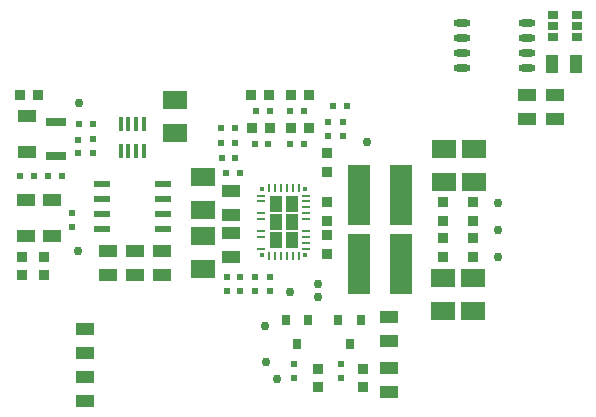
<source format=gtp>
G04*
G04 #@! TF.GenerationSoftware,Altium Limited,Altium Designer,19.0.10 (269)*
G04*
G04 Layer_Color=8421504*
%FSLAX25Y25*%
%MOIN*%
G70*
G01*
G75*
%ADD17R,0.06000X0.04000*%
%ADD18R,0.03543X0.03150*%
%ADD19R,0.08000X0.06000*%
%ADD20O,0.05709X0.02362*%
%ADD21R,0.04000X0.06000*%
%ADD22R,0.01600X0.04800*%
%ADD23C,0.03000*%
%ADD24R,0.05300X0.02000*%
%ADD25R,0.03347X0.03347*%
%ADD26R,0.03347X0.03347*%
%ADD27R,0.02165X0.02165*%
%ADD28R,0.02165X0.02165*%
%ADD29R,0.02756X0.00984*%
%ADD30R,0.01476X0.01476*%
%ADD31R,0.00984X0.02756*%
%ADD32R,0.04331X0.05236*%
%ADD33R,0.07795X0.19843*%
%ADD34R,0.03740X0.03543*%
%ADD35R,0.03150X0.03543*%
%ADD36R,0.07087X0.02756*%
%ADD37R,0.05906X0.04331*%
%ADD38R,0.03543X0.03740*%
G36*
X83626Y70513D02*
X80855D01*
Y73844D01*
X83626D01*
Y70513D01*
D02*
G37*
G36*
X88744Y70513D02*
X85992D01*
Y73844D01*
X88744D01*
Y70513D01*
D02*
G37*
G36*
Y64472D02*
X85989D01*
Y67820D01*
X88744D01*
Y64472D01*
D02*
G37*
G36*
X83626Y64469D02*
X80858D01*
Y67820D01*
X83626D01*
Y64469D01*
D02*
G37*
G36*
X88744Y58439D02*
X85989D01*
Y61796D01*
X88744D01*
Y58439D01*
D02*
G37*
G36*
X83626Y58432D02*
X80860D01*
Y61796D01*
X83626D01*
Y58432D01*
D02*
G37*
D17*
X18500Y22500D02*
D03*
Y30500D02*
D03*
Y6500D02*
D03*
Y14500D02*
D03*
X175268Y108450D02*
D03*
Y100450D02*
D03*
X165768Y108450D02*
D03*
Y100450D02*
D03*
X67248Y62647D02*
D03*
Y54647D02*
D03*
Y76647D02*
D03*
Y68647D02*
D03*
X26248Y56459D02*
D03*
Y48459D02*
D03*
X35248D02*
D03*
Y56459D02*
D03*
X44248D02*
D03*
Y48459D02*
D03*
X119748Y17647D02*
D03*
Y9647D02*
D03*
Y34456D02*
D03*
Y26456D02*
D03*
D18*
X182437Y127760D02*
D03*
Y131500D02*
D03*
Y135240D02*
D03*
X174563D02*
D03*
Y131500D02*
D03*
Y127760D02*
D03*
D19*
X48500Y96000D02*
D03*
Y107000D02*
D03*
X57748Y61647D02*
D03*
Y50647D02*
D03*
Y70159D02*
D03*
Y81159D02*
D03*
X138248Y79647D02*
D03*
Y90647D02*
D03*
X148248Y79647D02*
D03*
Y90647D02*
D03*
X137748Y47647D02*
D03*
Y36647D02*
D03*
X147748Y47647D02*
D03*
Y36647D02*
D03*
D20*
X165728Y117500D02*
D03*
Y122500D02*
D03*
Y127500D02*
D03*
Y132500D02*
D03*
X144272Y117500D02*
D03*
Y122500D02*
D03*
Y127500D02*
D03*
Y132500D02*
D03*
D21*
X182268Y119000D02*
D03*
X174268D02*
D03*
D22*
X38086Y89710D02*
D03*
X35527D02*
D03*
X32968D02*
D03*
X30409D02*
D03*
Y98710D02*
D03*
X32968D02*
D03*
X35527D02*
D03*
X38086D02*
D03*
D23*
X156248Y63647D02*
D03*
Y54647D02*
D03*
Y72647D02*
D03*
X16448Y106022D02*
D03*
X16095Y56459D02*
D03*
X82500Y14000D02*
D03*
X112500Y92998D02*
D03*
X78826Y19647D02*
D03*
X96287Y41147D02*
D03*
X87000Y43000D02*
D03*
X96112Y45647D02*
D03*
X78574Y31647D02*
D03*
D24*
X24098Y78959D02*
D03*
Y73959D02*
D03*
Y68959D02*
D03*
Y63959D02*
D03*
X44398D02*
D03*
Y68959D02*
D03*
Y73959D02*
D03*
Y78959D02*
D03*
D25*
X99248Y82949D02*
D03*
Y89051D02*
D03*
Y72698D02*
D03*
Y66596D02*
D03*
Y55596D02*
D03*
Y61698D02*
D03*
X137748Y72698D02*
D03*
Y66596D02*
D03*
X147748Y72698D02*
D03*
Y66596D02*
D03*
X137748Y54596D02*
D03*
Y60698D02*
D03*
X147748Y54596D02*
D03*
Y60698D02*
D03*
D26*
X93299Y97647D02*
D03*
X87196D02*
D03*
X74196D02*
D03*
X80299D02*
D03*
X79799Y108647D02*
D03*
X73696D02*
D03*
X87196D02*
D03*
X93299D02*
D03*
D27*
X63948Y92481D02*
D03*
X68548D02*
D03*
X64030Y87481D02*
D03*
X68630D02*
D03*
X79648Y92147D02*
D03*
X75048D02*
D03*
X86948D02*
D03*
X91548D02*
D03*
X75448Y103147D02*
D03*
X80048D02*
D03*
X91528D02*
D03*
X86928D02*
D03*
X68448Y97481D02*
D03*
X63848D02*
D03*
X105800Y105000D02*
D03*
X101200D02*
D03*
X21048Y98947D02*
D03*
X16448D02*
D03*
X-3052Y81459D02*
D03*
X1548D02*
D03*
X6330D02*
D03*
X10930D02*
D03*
X65530Y82647D02*
D03*
X70130D02*
D03*
D28*
X99390Y99447D02*
D03*
Y94847D02*
D03*
X104390Y99447D02*
D03*
Y94847D02*
D03*
X75248Y47947D02*
D03*
Y43347D02*
D03*
X70248Y47947D02*
D03*
Y43347D02*
D03*
X65748D02*
D03*
Y47947D02*
D03*
X80148Y43347D02*
D03*
Y47947D02*
D03*
X103748Y14347D02*
D03*
Y18947D02*
D03*
X88248Y14347D02*
D03*
Y18947D02*
D03*
X21248Y89159D02*
D03*
Y93759D02*
D03*
X14248Y69197D02*
D03*
Y64597D02*
D03*
X16248Y89053D02*
D03*
Y93653D02*
D03*
D29*
X77326Y75005D02*
D03*
Y73037D02*
D03*
Y69100D02*
D03*
Y67131D02*
D03*
Y63194D02*
D03*
Y61226D02*
D03*
Y57289D02*
D03*
X92287D02*
D03*
Y59257D02*
D03*
Y61226D02*
D03*
Y63194D02*
D03*
Y67131D02*
D03*
Y69100D02*
D03*
Y71068D02*
D03*
Y73037D02*
D03*
Y75005D02*
D03*
D30*
X77671Y77220D02*
D03*
X91943D02*
D03*
Y55074D02*
D03*
X77671D02*
D03*
D31*
X79885Y54729D02*
D03*
X81854D02*
D03*
X83822D02*
D03*
X85791D02*
D03*
X87759D02*
D03*
X89728D02*
D03*
Y77564D02*
D03*
X87759D02*
D03*
X85791D02*
D03*
X83822D02*
D03*
X81854D02*
D03*
X79885D02*
D03*
D32*
X82248Y66147D02*
D03*
X87366D02*
D03*
X82248Y72171D02*
D03*
X87366D02*
D03*
X82248Y60123D02*
D03*
X87366D02*
D03*
D33*
X123748Y52147D02*
D03*
X109748D02*
D03*
Y75147D02*
D03*
X123748D02*
D03*
D34*
X111248Y11096D02*
D03*
Y17198D02*
D03*
X96248Y11052D02*
D03*
Y17155D02*
D03*
X4748Y54510D02*
D03*
Y48408D02*
D03*
X-2500Y54551D02*
D03*
Y48449D02*
D03*
D35*
X110487Y33437D02*
D03*
X103007D02*
D03*
X106747Y25563D02*
D03*
X92988Y33437D02*
D03*
X85507D02*
D03*
X89248Y25563D02*
D03*
D36*
X8748Y99459D02*
D03*
Y88042D02*
D03*
D37*
X7500Y73405D02*
D03*
Y61594D02*
D03*
X-1252Y73364D02*
D03*
Y61553D02*
D03*
X-752Y89553D02*
D03*
Y101364D02*
D03*
D38*
X-3304Y108403D02*
D03*
X2799D02*
D03*
M02*

</source>
